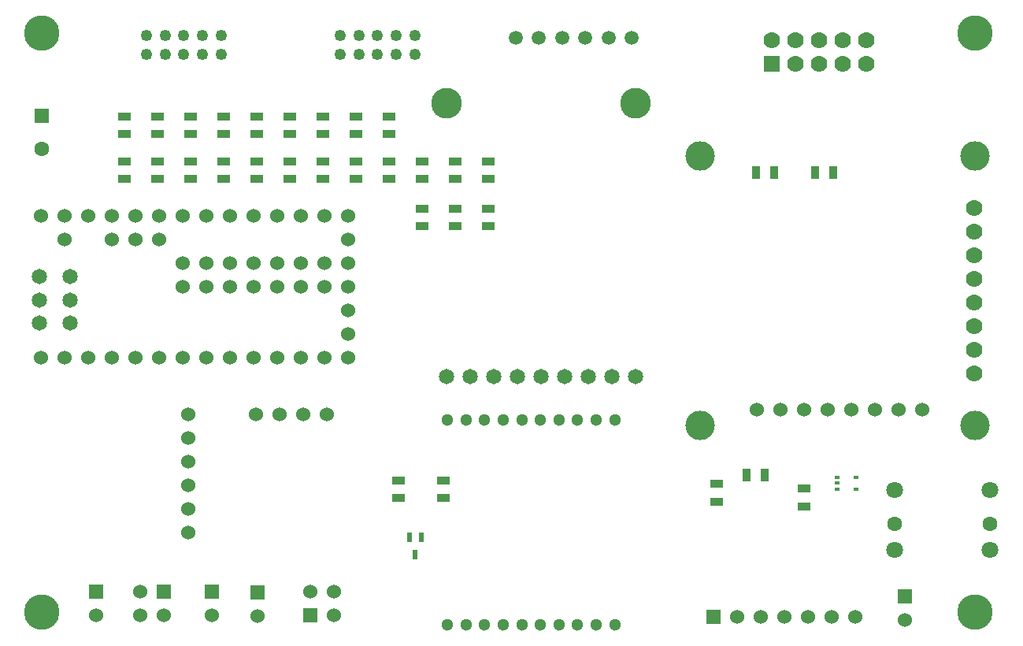
<source format=gts>
G04 (created by PCBNEW (2013-jul-07)-stable) date Sun 08 May 2016 08:08:29 PM PDT*
%MOIN*%
G04 Gerber Fmt 3.4, Leading zero omitted, Abs format*
%FSLAX34Y34*%
G01*
G70*
G90*
G04 APERTURE LIST*
%ADD10C,0.00590551*%
%ADD11C,0.06*%
%ADD12R,0.06X0.06*%
%ADD13C,0.0629921*%
%ADD14C,0.0708661*%
%ADD15C,0.065*%
%ADD16C,0.13*%
%ADD17C,0.07*%
%ADD18C,0.125*%
%ADD19R,0.063X0.063*%
%ADD20C,0.063*%
%ADD21R,0.07X0.07*%
%ADD22C,0.0492126*%
%ADD23C,0.15*%
%ADD24R,0.02X0.012*%
%ADD25C,0.0590551*%
%ADD26C,0.0511811*%
%ADD27R,0.055X0.035*%
%ADD28R,0.035X0.055*%
%ADD29R,0.0236X0.0394*%
G04 APERTURE END LIST*
G54D10*
G54D11*
X20550Y-27650D03*
X21550Y-27650D03*
X22550Y-27650D03*
X23550Y-27650D03*
G54D12*
X16650Y-35150D03*
G54D11*
X16650Y-36150D03*
X15650Y-35150D03*
X15650Y-36150D03*
G54D12*
X18670Y-35150D03*
G54D11*
X18670Y-36150D03*
G54D12*
X20618Y-35179D03*
G54D11*
X20618Y-36179D03*
X17700Y-27650D03*
X17700Y-28650D03*
X17700Y-29650D03*
X17700Y-30650D03*
X17700Y-31650D03*
X17700Y-32650D03*
G54D13*
X47578Y-32283D03*
X51633Y-32283D03*
G54D14*
X47578Y-30826D03*
X47582Y-33385D03*
X51633Y-30826D03*
X51633Y-33385D03*
G54D15*
X12700Y-23780D03*
X12700Y-22800D03*
X12700Y-21820D03*
X11400Y-21820D03*
X11400Y-22800D03*
X11400Y-23780D03*
X28618Y-26043D03*
X29618Y-26043D03*
X30618Y-26043D03*
X31618Y-26043D03*
X32618Y-26043D03*
X33618Y-26043D03*
X34618Y-26043D03*
X35618Y-26043D03*
G54D16*
X28618Y-14483D03*
X36618Y-14483D03*
G54D15*
X36618Y-26043D03*
G54D17*
X50950Y-18900D03*
X50950Y-19900D03*
X50950Y-20900D03*
X50950Y-21900D03*
X50950Y-22900D03*
X50950Y-23900D03*
X50950Y-24900D03*
X50950Y-25900D03*
G54D18*
X50980Y-16690D03*
X50980Y-28110D03*
X39360Y-16690D03*
X39360Y-28110D03*
G54D19*
X11500Y-15011D03*
G54D20*
X11500Y-16389D03*
G54D12*
X13800Y-35150D03*
G54D11*
X13800Y-36150D03*
G54D21*
X42400Y-12800D03*
G54D17*
X42400Y-11800D03*
X43400Y-12800D03*
X43400Y-11800D03*
X44400Y-12800D03*
X44400Y-11800D03*
X45400Y-12800D03*
X45400Y-11800D03*
X46400Y-12800D03*
X46400Y-11800D03*
G54D11*
X11450Y-25250D03*
X12450Y-25250D03*
X13450Y-25250D03*
X14450Y-25250D03*
X15450Y-25250D03*
X16450Y-25250D03*
X17450Y-25250D03*
X18450Y-25250D03*
X19450Y-25250D03*
X20450Y-25250D03*
X21450Y-25250D03*
X22450Y-25250D03*
X23450Y-25250D03*
X24450Y-25250D03*
X24450Y-24250D03*
X24450Y-23250D03*
X24450Y-22250D03*
X24450Y-21250D03*
X24450Y-20250D03*
X24450Y-19250D03*
X23450Y-19250D03*
X22450Y-19250D03*
X21450Y-19250D03*
X20450Y-19250D03*
X19450Y-19250D03*
X18450Y-19250D03*
X17450Y-19250D03*
X16450Y-19250D03*
X15450Y-19250D03*
X14450Y-19250D03*
X13450Y-19250D03*
X12450Y-19250D03*
X11450Y-19250D03*
X17450Y-22250D03*
X18450Y-22250D03*
X19450Y-22250D03*
X20450Y-22250D03*
X21450Y-22250D03*
X22450Y-22250D03*
X23450Y-22250D03*
X23450Y-21250D03*
X22450Y-21250D03*
X21450Y-21250D03*
X20450Y-21250D03*
X19450Y-21250D03*
X18450Y-21250D03*
X17450Y-21250D03*
X16450Y-20250D03*
X15450Y-20250D03*
X14450Y-20250D03*
X12450Y-20250D03*
G54D22*
X24125Y-12393D03*
X24125Y-11606D03*
X24912Y-12393D03*
X24912Y-11606D03*
X25700Y-12393D03*
X25700Y-11606D03*
X26487Y-12393D03*
X26487Y-11606D03*
X27274Y-12393D03*
X27274Y-11606D03*
X15925Y-12393D03*
X15925Y-11606D03*
X16712Y-12393D03*
X16712Y-11606D03*
X17500Y-12393D03*
X17500Y-11606D03*
X18287Y-12393D03*
X18287Y-11606D03*
X19074Y-12393D03*
X19074Y-11606D03*
G54D23*
X11500Y-11500D03*
X11500Y-36000D03*
X51000Y-11500D03*
X51000Y-36000D03*
G54D24*
X45150Y-30300D03*
X45150Y-30800D03*
X45950Y-30300D03*
X45150Y-30550D03*
X45950Y-30800D03*
G54D25*
X36460Y-11700D03*
X31539Y-11700D03*
X32523Y-11700D03*
X33507Y-11700D03*
X34492Y-11700D03*
X35476Y-11700D03*
G54D12*
X22850Y-36150D03*
G54D11*
X22850Y-35150D03*
X23850Y-36150D03*
X23850Y-35150D03*
G54D26*
X35743Y-27869D03*
X34955Y-27869D03*
X34168Y-27869D03*
X33381Y-27869D03*
X32593Y-27869D03*
X31806Y-27869D03*
X31018Y-27869D03*
X30231Y-27869D03*
X29444Y-27869D03*
X28656Y-27869D03*
X28656Y-36530D03*
X29444Y-36530D03*
X30231Y-36530D03*
X31018Y-36530D03*
X31806Y-36530D03*
X32593Y-36530D03*
X33381Y-36530D03*
X34168Y-36530D03*
X34955Y-36530D03*
X35743Y-36530D03*
G54D11*
X48750Y-27450D03*
X47750Y-27450D03*
X41750Y-27450D03*
X42750Y-27450D03*
X43750Y-27450D03*
X44750Y-27450D03*
X45750Y-27450D03*
X46750Y-27450D03*
G54D12*
X48031Y-35326D03*
G54D11*
X48031Y-36326D03*
G54D12*
X39913Y-36220D03*
G54D11*
X40913Y-36220D03*
X41913Y-36220D03*
X42913Y-36220D03*
X43913Y-36220D03*
X44913Y-36220D03*
X45913Y-36220D03*
G54D27*
X40050Y-30575D03*
X40050Y-31325D03*
X43750Y-30775D03*
X43750Y-31525D03*
G54D28*
X42075Y-30200D03*
X41325Y-30200D03*
G54D27*
X26600Y-31175D03*
X26600Y-30425D03*
X28500Y-30425D03*
X28500Y-31175D03*
G54D29*
X27044Y-32826D03*
X27556Y-32826D03*
X27300Y-33574D03*
G54D27*
X30400Y-18925D03*
X30400Y-19675D03*
G54D28*
X41725Y-17400D03*
X42475Y-17400D03*
X44225Y-17400D03*
X44975Y-17400D03*
G54D27*
X23400Y-16925D03*
X23400Y-17675D03*
X23400Y-15025D03*
X23400Y-15775D03*
X24800Y-16925D03*
X24800Y-17675D03*
X24800Y-15025D03*
X24800Y-15775D03*
X26200Y-16925D03*
X26200Y-17675D03*
X26200Y-15025D03*
X26200Y-15775D03*
X27600Y-18925D03*
X27600Y-19675D03*
X27600Y-16925D03*
X27600Y-17675D03*
X29000Y-18925D03*
X29000Y-19675D03*
X29000Y-16925D03*
X29000Y-17675D03*
X22000Y-15025D03*
X22000Y-15775D03*
X30400Y-16925D03*
X30400Y-17675D03*
X15000Y-16925D03*
X15000Y-17675D03*
X15000Y-15025D03*
X15000Y-15775D03*
X16400Y-16925D03*
X16400Y-17675D03*
X16400Y-15025D03*
X16400Y-15775D03*
X17800Y-16925D03*
X17800Y-17675D03*
X17800Y-15025D03*
X17800Y-15775D03*
X19200Y-16925D03*
X19200Y-17675D03*
X19200Y-15025D03*
X19200Y-15775D03*
X20600Y-16925D03*
X20600Y-17675D03*
X20600Y-15025D03*
X20600Y-15775D03*
X22000Y-16925D03*
X22000Y-17675D03*
M02*

</source>
